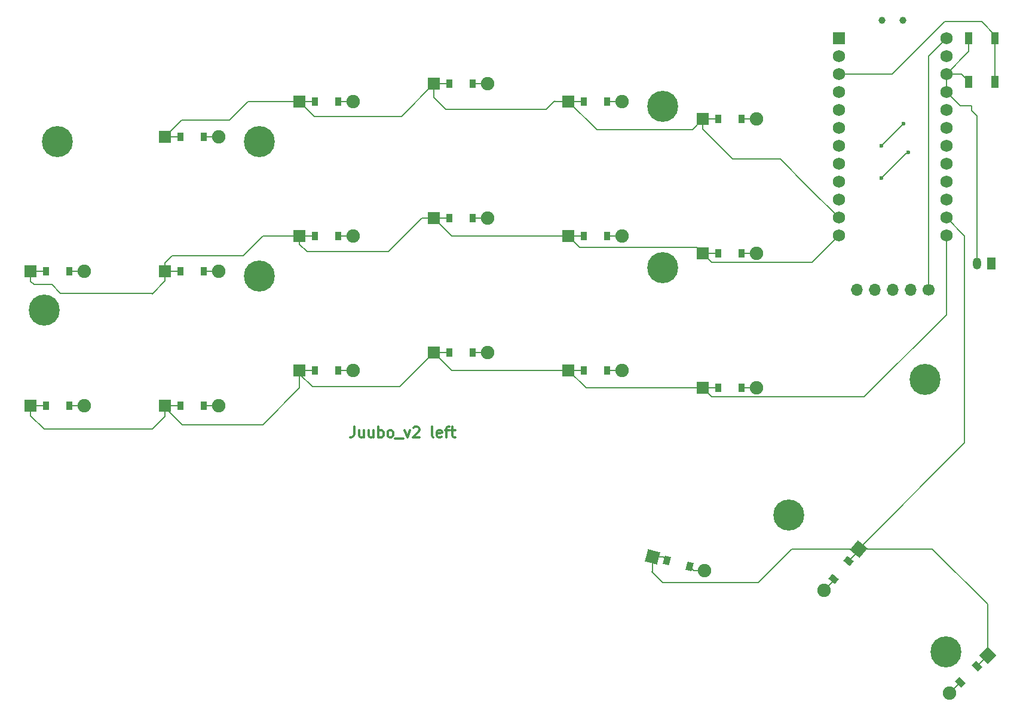
<source format=gbr>
%TF.GenerationSoftware,KiCad,Pcbnew,9.0.7*%
%TF.CreationDate,2026-02-06T22:36:50+02:00*%
%TF.ProjectId,juubo_left_finished,6a757562-6f5f-46c6-9566-745f66696e69,v1.0.0*%
%TF.SameCoordinates,Original*%
%TF.FileFunction,Copper,L1,Top*%
%TF.FilePolarity,Positive*%
%FSLAX46Y46*%
G04 Gerber Fmt 4.6, Leading zero omitted, Abs format (unit mm)*
G04 Created by KiCad (PCBNEW 9.0.7) date 2026-02-06 22:36:50*
%MOMM*%
%LPD*%
G01*
G04 APERTURE LIST*
G04 Aperture macros list*
%AMRotRect*
0 Rectangle, with rotation*
0 The origin of the aperture is its center*
0 $1 length*
0 $2 width*
0 $3 Rotation angle, in degrees counterclockwise*
0 Add horizontal line*
21,1,$1,$2,0,0,$3*%
G04 Aperture macros list end*
%ADD10C,0.300000*%
%TA.AperFunction,NonConductor*%
%ADD11C,0.300000*%
%TD*%
%TA.AperFunction,WasherPad*%
%ADD12C,1.000000*%
%TD*%
%TA.AperFunction,SMDPad,CuDef*%
%ADD13R,1.100000X1.800000*%
%TD*%
%TA.AperFunction,ComponentPad*%
%ADD14R,1.778000X1.778000*%
%TD*%
%TA.AperFunction,SMDPad,CuDef*%
%ADD15R,0.900000X1.200000*%
%TD*%
%TA.AperFunction,ComponentPad*%
%ADD16C,1.905000*%
%TD*%
%TA.AperFunction,ComponentPad*%
%ADD17C,0.700000*%
%TD*%
%TA.AperFunction,ComponentPad*%
%ADD18C,4.400000*%
%TD*%
%TA.AperFunction,ComponentPad*%
%ADD19R,1.200000X1.700000*%
%TD*%
%TA.AperFunction,ComponentPad*%
%ADD20O,1.200000X1.700000*%
%TD*%
%TA.AperFunction,ComponentPad*%
%ADD21R,1.752600X1.752600*%
%TD*%
%TA.AperFunction,ComponentPad*%
%ADD22C,1.752600*%
%TD*%
%TA.AperFunction,ComponentPad*%
%ADD23RotRect,1.778000X1.778000X345.000000*%
%TD*%
%TA.AperFunction,SMDPad,CuDef*%
%ADD24RotRect,0.900000X1.200000X345.000000*%
%TD*%
%TA.AperFunction,ComponentPad*%
%ADD25O,1.700000X1.700000*%
%TD*%
%TA.AperFunction,ComponentPad*%
%ADD26C,1.700000*%
%TD*%
%TA.AperFunction,ComponentPad*%
%ADD27RotRect,1.778000X1.778000X230.000000*%
%TD*%
%TA.AperFunction,SMDPad,CuDef*%
%ADD28RotRect,0.900000X1.200000X230.000000*%
%TD*%
%TA.AperFunction,ComponentPad*%
%ADD29RotRect,1.778000X1.778000X225.000000*%
%TD*%
%TA.AperFunction,SMDPad,CuDef*%
%ADD30RotRect,0.900000X1.200000X225.000000*%
%TD*%
%TA.AperFunction,ViaPad*%
%ADD31C,0.600000*%
%TD*%
%TA.AperFunction,Conductor*%
%ADD32C,0.200000*%
%TD*%
G04 APERTURE END LIST*
D10*
D11*
X142053082Y-107990828D02*
X142053082Y-109062257D01*
X142053082Y-109062257D02*
X141981653Y-109276542D01*
X141981653Y-109276542D02*
X141838796Y-109419400D01*
X141838796Y-109419400D02*
X141624510Y-109490828D01*
X141624510Y-109490828D02*
X141481653Y-109490828D01*
X143410225Y-108490828D02*
X143410225Y-109490828D01*
X142767367Y-108490828D02*
X142767367Y-109276542D01*
X142767367Y-109276542D02*
X142838796Y-109419400D01*
X142838796Y-109419400D02*
X142981653Y-109490828D01*
X142981653Y-109490828D02*
X143195939Y-109490828D01*
X143195939Y-109490828D02*
X143338796Y-109419400D01*
X143338796Y-109419400D02*
X143410225Y-109347971D01*
X144767368Y-108490828D02*
X144767368Y-109490828D01*
X144124510Y-108490828D02*
X144124510Y-109276542D01*
X144124510Y-109276542D02*
X144195939Y-109419400D01*
X144195939Y-109419400D02*
X144338796Y-109490828D01*
X144338796Y-109490828D02*
X144553082Y-109490828D01*
X144553082Y-109490828D02*
X144695939Y-109419400D01*
X144695939Y-109419400D02*
X144767368Y-109347971D01*
X145481653Y-109490828D02*
X145481653Y-107990828D01*
X145481653Y-108562257D02*
X145624511Y-108490828D01*
X145624511Y-108490828D02*
X145910225Y-108490828D01*
X145910225Y-108490828D02*
X146053082Y-108562257D01*
X146053082Y-108562257D02*
X146124511Y-108633685D01*
X146124511Y-108633685D02*
X146195939Y-108776542D01*
X146195939Y-108776542D02*
X146195939Y-109205114D01*
X146195939Y-109205114D02*
X146124511Y-109347971D01*
X146124511Y-109347971D02*
X146053082Y-109419400D01*
X146053082Y-109419400D02*
X145910225Y-109490828D01*
X145910225Y-109490828D02*
X145624511Y-109490828D01*
X145624511Y-109490828D02*
X145481653Y-109419400D01*
X147053082Y-109490828D02*
X146910225Y-109419400D01*
X146910225Y-109419400D02*
X146838796Y-109347971D01*
X146838796Y-109347971D02*
X146767368Y-109205114D01*
X146767368Y-109205114D02*
X146767368Y-108776542D01*
X146767368Y-108776542D02*
X146838796Y-108633685D01*
X146838796Y-108633685D02*
X146910225Y-108562257D01*
X146910225Y-108562257D02*
X147053082Y-108490828D01*
X147053082Y-108490828D02*
X147267368Y-108490828D01*
X147267368Y-108490828D02*
X147410225Y-108562257D01*
X147410225Y-108562257D02*
X147481654Y-108633685D01*
X147481654Y-108633685D02*
X147553082Y-108776542D01*
X147553082Y-108776542D02*
X147553082Y-109205114D01*
X147553082Y-109205114D02*
X147481654Y-109347971D01*
X147481654Y-109347971D02*
X147410225Y-109419400D01*
X147410225Y-109419400D02*
X147267368Y-109490828D01*
X147267368Y-109490828D02*
X147053082Y-109490828D01*
X147838797Y-109633685D02*
X148981654Y-109633685D01*
X149195939Y-108490828D02*
X149553082Y-109490828D01*
X149553082Y-109490828D02*
X149910225Y-108490828D01*
X150410225Y-108133685D02*
X150481653Y-108062257D01*
X150481653Y-108062257D02*
X150624511Y-107990828D01*
X150624511Y-107990828D02*
X150981653Y-107990828D01*
X150981653Y-107990828D02*
X151124511Y-108062257D01*
X151124511Y-108062257D02*
X151195939Y-108133685D01*
X151195939Y-108133685D02*
X151267368Y-108276542D01*
X151267368Y-108276542D02*
X151267368Y-108419400D01*
X151267368Y-108419400D02*
X151195939Y-108633685D01*
X151195939Y-108633685D02*
X150338796Y-109490828D01*
X150338796Y-109490828D02*
X151267368Y-109490828D01*
X153267367Y-109490828D02*
X153124510Y-109419400D01*
X153124510Y-109419400D02*
X153053081Y-109276542D01*
X153053081Y-109276542D02*
X153053081Y-107990828D01*
X154410224Y-109419400D02*
X154267367Y-109490828D01*
X154267367Y-109490828D02*
X153981653Y-109490828D01*
X153981653Y-109490828D02*
X153838795Y-109419400D01*
X153838795Y-109419400D02*
X153767367Y-109276542D01*
X153767367Y-109276542D02*
X153767367Y-108705114D01*
X153767367Y-108705114D02*
X153838795Y-108562257D01*
X153838795Y-108562257D02*
X153981653Y-108490828D01*
X153981653Y-108490828D02*
X154267367Y-108490828D01*
X154267367Y-108490828D02*
X154410224Y-108562257D01*
X154410224Y-108562257D02*
X154481653Y-108705114D01*
X154481653Y-108705114D02*
X154481653Y-108847971D01*
X154481653Y-108847971D02*
X153767367Y-108990828D01*
X154910224Y-108490828D02*
X155481652Y-108490828D01*
X155124509Y-109490828D02*
X155124509Y-108205114D01*
X155124509Y-108205114D02*
X155195938Y-108062257D01*
X155195938Y-108062257D02*
X155338795Y-107990828D01*
X155338795Y-107990828D02*
X155481652Y-107990828D01*
X155767367Y-108490828D02*
X156338795Y-108490828D01*
X155981652Y-107990828D02*
X155981652Y-109276542D01*
X155981652Y-109276542D02*
X156053081Y-109419400D01*
X156053081Y-109419400D02*
X156195938Y-109490828D01*
X156195938Y-109490828D02*
X156338795Y-109490828D01*
D12*
%TO.P,T1,*%
%TO.N,*%
X216800000Y-50410500D03*
X219800000Y-50410500D03*
%TD*%
D13*
%TO.P,B1,1*%
%TO.N,GND*%
X229127500Y-59110000D03*
X229127500Y-52910000D03*
%TO.P,B1,2*%
%TO.N,RST*%
X232827500Y-59110000D03*
X232827500Y-52910000D03*
%TD*%
D14*
%TO.P,D1,1*%
%TO.N,P9*%
X96190000Y-105000000D03*
D15*
X98350000Y-105000000D03*
%TO.P,D1,2*%
%TO.N,outer_bottom*%
X101650000Y-105000000D03*
D16*
X103810000Y-105000000D03*
%TD*%
D17*
%TO.P,_8,1*%
%TO.N,N/C*%
X184075000Y-85475000D03*
X184558274Y-84308274D03*
X184558274Y-86641726D03*
X185725000Y-83825000D03*
D18*
X185725000Y-85475000D03*
D17*
X185725000Y-87125000D03*
X186891726Y-84308274D03*
X186891726Y-86641726D03*
X187375000Y-85475000D03*
%TD*%
%TO.P,_9,1*%
%TO.N,N/C*%
X221222500Y-101310000D03*
X221705774Y-100143274D03*
X221705774Y-102476726D03*
X222872500Y-99660000D03*
D18*
X222872500Y-101310000D03*
D17*
X222872500Y-102960000D03*
X224039226Y-100143274D03*
X224039226Y-102476726D03*
X224522500Y-101310000D03*
%TD*%
%TO.P,_3,1*%
%TO.N,N/C*%
X126925000Y-67615000D03*
X127408274Y-66448274D03*
X127408274Y-68781726D03*
X128575000Y-65965000D03*
D18*
X128575000Y-67615000D03*
D17*
X128575000Y-69265000D03*
X129741726Y-66448274D03*
X129741726Y-68781726D03*
X130225000Y-67615000D03*
%TD*%
D14*
%TO.P,D9,1*%
%TO.N,P9*%
X153340000Y-97500000D03*
D15*
X155500000Y-97500000D03*
%TO.P,D9,2*%
%TO.N,middle_bottom*%
X158800000Y-97500000D03*
D16*
X160960000Y-97500000D03*
%TD*%
D19*
%TO.P,JST1,1*%
%TO.N,B+*%
X232300000Y-84822500D03*
D20*
%TO.P,JST1,2*%
%TO.N,GND*%
X230300000Y-84822500D03*
%TD*%
D21*
%TO.P,MCU1,1*%
%TO.N,RAW*%
X210680000Y-52955000D03*
D22*
%TO.P,MCU1,2*%
%TO.N,GND*%
X210680000Y-55495000D03*
%TO.P,MCU1,3*%
%TO.N,RST*%
X210680000Y-58035000D03*
%TO.P,MCU1,4*%
%TO.N,VCC*%
X210680000Y-60575000D03*
%TO.P,MCU1,5*%
%TO.N,P21*%
X210680000Y-63115000D03*
%TO.P,MCU1,6*%
%TO.N,P20*%
X210680000Y-65655000D03*
%TO.P,MCU1,7*%
%TO.N,P19*%
X210680000Y-68195000D03*
%TO.P,MCU1,8*%
%TO.N,P18*%
X210680000Y-70735000D03*
%TO.P,MCU1,9*%
%TO.N,P15*%
X210680000Y-73275000D03*
%TO.P,MCU1,10*%
%TO.N,P14*%
X210680000Y-75815000D03*
%TO.P,MCU1,11*%
%TO.N,P16*%
X210680000Y-78355000D03*
%TO.P,MCU1,12*%
%TO.N,P10*%
X210680000Y-80895000D03*
%TO.P,MCU1,13*%
%TO.N,P1*%
X225920000Y-52955000D03*
%TO.P,MCU1,14*%
%TO.N,P0*%
X225920000Y-55495000D03*
%TO.P,MCU1,15*%
%TO.N,GND*%
X225920000Y-58035000D03*
%TO.P,MCU1,16*%
X225920000Y-60575000D03*
%TO.P,MCU1,17*%
%TO.N,P2*%
X225920000Y-63115000D03*
%TO.P,MCU1,18*%
%TO.N,P3*%
X225920000Y-65655000D03*
%TO.P,MCU1,19*%
%TO.N,P4*%
X225920000Y-68195000D03*
%TO.P,MCU1,20*%
%TO.N,P5*%
X225920000Y-70735000D03*
%TO.P,MCU1,21*%
%TO.N,P6*%
X225920000Y-73275000D03*
%TO.P,MCU1,22*%
%TO.N,P7*%
X225920000Y-75815000D03*
%TO.P,MCU1,23*%
%TO.N,P8*%
X225920000Y-78355000D03*
%TO.P,MCU1,24*%
%TO.N,P9*%
X225920000Y-80895000D03*
%TD*%
D23*
%TO.P,D18,1*%
%TO.N,P8*%
X184275728Y-126393527D03*
D24*
X186362127Y-126952579D03*
%TO.P,D18,2*%
%TO.N,layer_cluster*%
X189549683Y-127806679D03*
D16*
X191636082Y-128365731D03*
%TD*%
D14*
%TO.P,D16,1*%
%TO.N,P10*%
X191440000Y-83450000D03*
D15*
X193600000Y-83450000D03*
%TO.P,D16,2*%
%TO.N,inner_home*%
X196900000Y-83450000D03*
D16*
X199060000Y-83450000D03*
%TD*%
D14*
%TO.P,D13,1*%
%TO.N,P10*%
X172390000Y-80950000D03*
D15*
X174550000Y-80950000D03*
%TO.P,D13,2*%
%TO.N,index_home*%
X177850000Y-80950000D03*
D16*
X180010000Y-80950000D03*
%TD*%
D14*
%TO.P,D6,1*%
%TO.N,P9*%
X134290000Y-100000000D03*
D15*
X136450000Y-100000000D03*
%TO.P,D6,2*%
%TO.N,ring_bottom*%
X139750000Y-100000000D03*
D16*
X141910000Y-100000000D03*
%TD*%
D14*
%TO.P,D15,1*%
%TO.N,P9*%
X191440000Y-102500000D03*
D15*
X193600000Y-102500000D03*
%TO.P,D15,2*%
%TO.N,inner_bottom*%
X196900000Y-102500000D03*
D16*
X199060000Y-102500000D03*
%TD*%
D14*
%TO.P,D7,1*%
%TO.N,P10*%
X134290000Y-80950000D03*
D15*
X136450000Y-80950000D03*
%TO.P,D7,2*%
%TO.N,ring_home*%
X139750000Y-80950000D03*
D16*
X141910000Y-80950000D03*
%TD*%
D14*
%TO.P,D17,1*%
%TO.N,P16*%
X191440000Y-64400000D03*
D15*
X193600000Y-64400000D03*
%TO.P,D17,2*%
%TO.N,inner_top*%
X196900000Y-64400000D03*
D16*
X199060000Y-64400000D03*
%TD*%
D14*
%TO.P,D12,1*%
%TO.N,P9*%
X172390000Y-100000000D03*
D15*
X174550000Y-100000000D03*
%TO.P,D12,2*%
%TO.N,index_bottom*%
X177850000Y-100000000D03*
D16*
X180010000Y-100000000D03*
%TD*%
D25*
%TO.P,DISP1,1*%
%TO.N,P2*%
X213220000Y-88625000D03*
%TO.P,DISP1,2*%
%TO.N,P3*%
X215760000Y-88625000D03*
%TO.P,DISP1,3*%
%TO.N,VCC*%
X218300000Y-88625000D03*
%TO.P,DISP1,4*%
%TO.N,GND*%
X220840000Y-88625000D03*
D26*
%TO.P,DISP1,5*%
%TO.N,P1*%
X223380000Y-88625000D03*
%TD*%
D17*
%TO.P,_5,1*%
%TO.N,N/C*%
X126925000Y-86665000D03*
X127408274Y-85498274D03*
X127408274Y-87831726D03*
X128575000Y-85015000D03*
D18*
X128575000Y-86665000D03*
D17*
X128575000Y-88315000D03*
X129741726Y-85498274D03*
X129741726Y-87831726D03*
X130225000Y-86665000D03*
%TD*%
D14*
%TO.P,D10,1*%
%TO.N,P10*%
X153340000Y-78450000D03*
D15*
X155500000Y-78450000D03*
%TO.P,D10,2*%
%TO.N,middle_home*%
X158800000Y-78450000D03*
D16*
X160960000Y-78450000D03*
%TD*%
D14*
%TO.P,D2,1*%
%TO.N,P10*%
X96190000Y-85950000D03*
D15*
X98350000Y-85950000D03*
%TO.P,D2,2*%
%TO.N,outer_home*%
X101650000Y-85950000D03*
D16*
X103810000Y-85950000D03*
%TD*%
D17*
%TO.P,_6,1*%
%TO.N,N/C*%
X202015994Y-120054036D03*
X202784772Y-119052144D03*
X202180830Y-121306086D03*
X204036822Y-118887308D03*
D18*
X203609772Y-120481086D03*
D17*
X203182722Y-122074864D03*
X205038714Y-119656086D03*
X204434772Y-121910028D03*
X205203550Y-120908136D03*
%TD*%
D14*
%TO.P,D4,1*%
%TO.N,P10*%
X115240000Y-85950000D03*
D15*
X117400000Y-85950000D03*
%TO.P,D4,2*%
%TO.N,pinky_home*%
X120700000Y-85950000D03*
D16*
X122860000Y-85950000D03*
%TD*%
D14*
%TO.P,D3,1*%
%TO.N,P9*%
X115240000Y-105000000D03*
D15*
X117400000Y-105000000D03*
%TO.P,D3,2*%
%TO.N,pinky_bottom*%
X120700000Y-105000000D03*
D16*
X122860000Y-105000000D03*
%TD*%
D17*
%TO.P,_1,1*%
%TO.N,N/C*%
X96445000Y-91427500D03*
X96928274Y-90260774D03*
X96928274Y-92594226D03*
X98095000Y-89777500D03*
D18*
X98095000Y-91427500D03*
D17*
X98095000Y-93077500D03*
X99261726Y-90260774D03*
X99261726Y-92594226D03*
X99745000Y-91427500D03*
%TD*%
%TO.P,_2,1*%
%TO.N,N/C*%
X98350000Y-67615000D03*
X98833274Y-66448274D03*
X98833274Y-68781726D03*
X100000000Y-65965000D03*
D18*
X100000000Y-67615000D03*
D17*
X100000000Y-69265000D03*
X101166726Y-66448274D03*
X101166726Y-68781726D03*
X101650000Y-67615000D03*
%TD*%
%TO.P,_7,1*%
%TO.N,N/C*%
X227036738Y-138688388D03*
X227520012Y-139855114D03*
X225870012Y-138205114D03*
X227036738Y-141021840D03*
D18*
X225870012Y-139855114D03*
D17*
X224703286Y-138688388D03*
X225870012Y-141505114D03*
X224220012Y-139855114D03*
X224703286Y-141021840D03*
%TD*%
D27*
%TO.P,D19,1*%
%TO.N,P8*%
X213479454Y-125350340D03*
D28*
X212091033Y-127004996D03*
%TO.P,D19,2*%
%TO.N,space_cluster*%
X209969833Y-129532942D03*
D16*
X208581412Y-131187598D03*
%TD*%
D14*
%TO.P,D14,1*%
%TO.N,P16*%
X172390000Y-61900000D03*
D15*
X174550000Y-61900000D03*
%TO.P,D14,2*%
%TO.N,index_top*%
X177850000Y-61900000D03*
D16*
X180010000Y-61900000D03*
%TD*%
D14*
%TO.P,D5,1*%
%TO.N,P16*%
X115240000Y-66900000D03*
D15*
X117400000Y-66900000D03*
%TO.P,D5,2*%
%TO.N,pinky_top*%
X120700000Y-66900000D03*
D16*
X122860000Y-66900000D03*
%TD*%
D14*
%TO.P,D11,1*%
%TO.N,P16*%
X153340000Y-59400000D03*
D15*
X155500000Y-59400000D03*
%TO.P,D11,2*%
%TO.N,middle_top*%
X158800000Y-59400000D03*
D16*
X160960000Y-59400000D03*
%TD*%
D17*
%TO.P,_4,1*%
%TO.N,N/C*%
X184075000Y-62615000D03*
X184558274Y-61448274D03*
X184558274Y-63781726D03*
X185725000Y-60965000D03*
D18*
X185725000Y-62615000D03*
D17*
X185725000Y-64265000D03*
X186891726Y-61448274D03*
X186891726Y-63781726D03*
X187375000Y-62615000D03*
%TD*%
D14*
%TO.P,D8,1*%
%TO.N,P16*%
X134290000Y-61900000D03*
D15*
X136450000Y-61900000D03*
%TO.P,D8,2*%
%TO.N,ring_top*%
X139750000Y-61900000D03*
D16*
X141910000Y-61900000D03*
%TD*%
D29*
%TO.P,D20,1*%
%TO.N,P8*%
X231763747Y-140360695D03*
D30*
X230236396Y-141888046D03*
%TO.P,D20,2*%
%TO.N,extra_cluster*%
X227902944Y-144221498D03*
D16*
X226375593Y-145748849D03*
%TD*%
D31*
%TO.N,P2*%
X216760000Y-68160000D03*
X219850000Y-65070000D03*
%TO.N,P3*%
X216750000Y-72760000D03*
X220520000Y-69120000D03*
%TD*%
D32*
%TO.N,P2*%
X216760000Y-68160000D02*
X219580000Y-65340000D01*
X219580000Y-65340000D02*
X219850000Y-65070000D01*
%TO.N,P3*%
X220450000Y-69190000D02*
X220520000Y-69120000D01*
X220320000Y-69190000D02*
X220450000Y-69190000D01*
X216750000Y-72760000D02*
X220320000Y-69190000D01*
%TO.N,GND*%
X230300000Y-63930000D02*
X229540000Y-63170000D01*
X230300000Y-84822500D02*
X230300000Y-63930000D01*
X227895000Y-62550000D02*
X225920000Y-60575000D01*
X229540000Y-63170000D02*
X229540000Y-62550000D01*
X225920000Y-58035000D02*
X228052500Y-58035000D01*
X229540000Y-62550000D02*
X227895000Y-62550000D01*
X225920000Y-58035000D02*
X225920000Y-60575000D01*
X229127500Y-54827500D02*
X225920000Y-58035000D01*
X229127500Y-52910000D02*
X229127500Y-54827500D01*
X228052500Y-58035000D02*
X229127500Y-59110000D01*
%TO.N,P1*%
X223380000Y-55495000D02*
X225920000Y-52955000D01*
X223380000Y-88625000D02*
X223380000Y-55495000D01*
%TO.N,outer_bottom*%
X101650000Y-105000000D02*
X103810000Y-105000000D01*
%TO.N,outer_home*%
X101650000Y-85950000D02*
X103810000Y-85950000D01*
%TO.N,pinky_bottom*%
X120700000Y-105000000D02*
X122860000Y-105000000D01*
%TO.N,pinky_home*%
X120700000Y-85950000D02*
X122860000Y-85950000D01*
%TO.N,pinky_top*%
X120700000Y-66900000D02*
X122860000Y-66900000D01*
%TO.N,ring_bottom*%
X139750000Y-100000000D02*
X141910000Y-100000000D01*
%TO.N,ring_home*%
X139750000Y-80950000D02*
X141910000Y-80950000D01*
%TO.N,ring_top*%
X139750000Y-61900000D02*
X141910000Y-61900000D01*
%TO.N,middle_bottom*%
X158800000Y-97500000D02*
X160960000Y-97500000D01*
%TO.N,middle_home*%
X158800000Y-78450000D02*
X160960000Y-78450000D01*
%TO.N,middle_top*%
X158800000Y-59400000D02*
X160960000Y-59400000D01*
%TO.N,index_bottom*%
X177850000Y-100000000D02*
X180010000Y-100000000D01*
%TO.N,index_home*%
X177850000Y-80950000D02*
X180010000Y-80950000D01*
%TO.N,index_top*%
X177850000Y-61900000D02*
X180010000Y-61900000D01*
%TO.N,inner_bottom*%
X196900000Y-102500000D02*
X199060000Y-102500000D01*
%TO.N,inner_home*%
X199060000Y-83450000D02*
X196900000Y-83450000D01*
%TO.N,inner_top*%
X196900000Y-64400000D02*
X199060000Y-64400000D01*
%TO.N,layer_cluster*%
X189549683Y-127806679D02*
X190108735Y-128365731D01*
X190108735Y-128365731D02*
X191636082Y-128365731D01*
%TO.N,space_cluster*%
X208581412Y-131187598D02*
X209969833Y-129799177D01*
X209969833Y-129799177D02*
X209969833Y-129532942D01*
%TO.N,extra_cluster*%
X226375593Y-145748849D02*
X227902944Y-144221498D01*
%TO.N,P9*%
X115240000Y-105250000D02*
X117700000Y-107710000D01*
X191440000Y-102500000D02*
X193600000Y-102500000D01*
X96190000Y-106430000D02*
X98100000Y-108340000D01*
X148500000Y-102340000D02*
X153340000Y-97500000D01*
X115240000Y-106520000D02*
X115240000Y-105000000D01*
X96190000Y-105000000D02*
X98350000Y-105000000D01*
X192693500Y-103753500D02*
X214316500Y-103753500D01*
X134290000Y-100520000D02*
X136110000Y-102340000D01*
X153340000Y-97500000D02*
X155840000Y-100000000D01*
X96190000Y-105000000D02*
X96190000Y-106430000D01*
X129080000Y-107710000D02*
X134290000Y-102500000D01*
X115240000Y-105000000D02*
X117400000Y-105000000D01*
X134290000Y-100000000D02*
X134290000Y-100520000D01*
X174890000Y-102500000D02*
X191440000Y-102500000D01*
X172390000Y-100000000D02*
X174890000Y-102500000D01*
X134290000Y-102500000D02*
X134290000Y-100000000D01*
X98100000Y-108340000D02*
X113420000Y-108340000D01*
X113420000Y-108340000D02*
X115240000Y-106520000D01*
X153340000Y-97500000D02*
X155500000Y-97500000D01*
X136110000Y-102340000D02*
X148500000Y-102340000D01*
X214316500Y-103753500D02*
X225920000Y-92150000D01*
X191440000Y-102500000D02*
X192693500Y-103753500D01*
X115240000Y-105000000D02*
X115240000Y-105250000D01*
X117700000Y-107710000D02*
X129080000Y-107710000D01*
X134290000Y-100000000D02*
X136450000Y-100000000D01*
X172390000Y-100000000D02*
X174550000Y-100000000D01*
X155840000Y-100000000D02*
X172390000Y-100000000D01*
X225920000Y-92150000D02*
X225920000Y-80895000D01*
%TO.N,P10*%
X115240000Y-87330000D02*
X115240000Y-85950000D01*
X99190000Y-87860000D02*
X100390000Y-89060000D01*
X126300000Y-83770000D02*
X129120000Y-80950000D01*
X96190000Y-87360000D02*
X96690000Y-87860000D01*
X115240000Y-85950000D02*
X117400000Y-85950000D01*
X172390000Y-80950000D02*
X174000000Y-82560000D01*
X155840000Y-80950000D02*
X172390000Y-80950000D01*
X134290000Y-80950000D02*
X134290000Y-82140000D01*
X113420000Y-89150000D02*
X115240000Y-87330000D01*
X206871500Y-84703500D02*
X210680000Y-80895000D01*
X96190000Y-85950000D02*
X96190000Y-87360000D01*
X153340000Y-78450000D02*
X155500000Y-78450000D01*
X100390000Y-89060000D02*
X113330000Y-89060000D01*
X151650000Y-78450000D02*
X153340000Y-78450000D01*
X129120000Y-80950000D02*
X134290000Y-80950000D01*
X172390000Y-80950000D02*
X174550000Y-80950000D01*
X146910000Y-83190000D02*
X151650000Y-78450000D01*
X191440000Y-83450000D02*
X193600000Y-83450000D01*
X96190000Y-85950000D02*
X98350000Y-85950000D01*
X115240000Y-85950000D02*
X115240000Y-84760000D01*
X96690000Y-87860000D02*
X99190000Y-87860000D01*
X113330000Y-89060000D02*
X113420000Y-89150000D01*
X153340000Y-78450000D02*
X155840000Y-80950000D01*
X115240000Y-84760000D02*
X116230000Y-83770000D01*
X134290000Y-80950000D02*
X136450000Y-80950000D01*
X135340000Y-83190000D02*
X146910000Y-83190000D01*
X116230000Y-83770000D02*
X126300000Y-83770000D01*
X190550000Y-82560000D02*
X191440000Y-83450000D01*
X174000000Y-82560000D02*
X190550000Y-82560000D01*
X192693500Y-84703500D02*
X206871500Y-84703500D01*
X191440000Y-83450000D02*
X192693500Y-84703500D01*
X134290000Y-82140000D02*
X135340000Y-83190000D01*
%TO.N,P16*%
X206310000Y-73920000D02*
X206310000Y-73985000D01*
X153340000Y-59400000D02*
X153340000Y-61330000D01*
X172390000Y-61900000D02*
X176390000Y-65900000D01*
X172390000Y-61900000D02*
X174550000Y-61900000D01*
X153340000Y-61330000D02*
X155040000Y-63030000D01*
X191440000Y-64400000D02*
X191440000Y-65830000D01*
X169250000Y-63030000D02*
X170450000Y-61830000D01*
X148750000Y-63990000D02*
X153340000Y-59400000D01*
X176390000Y-65900000D02*
X189940000Y-65900000D01*
X134290000Y-61900000D02*
X136450000Y-61900000D01*
X191440000Y-65830000D02*
X195670000Y-70060000D01*
X170520000Y-61900000D02*
X172390000Y-61900000D01*
X191440000Y-64400000D02*
X193600000Y-64400000D01*
X127010000Y-61900000D02*
X134290000Y-61900000D01*
X155040000Y-63030000D02*
X169250000Y-63030000D01*
X115240000Y-66900000D02*
X117590000Y-64550000D01*
X115240000Y-66900000D02*
X117400000Y-66900000D01*
X195670000Y-70060000D02*
X202400000Y-70060000D01*
X206260000Y-73920000D02*
X206310000Y-73920000D01*
X202400000Y-70060000D02*
X206260000Y-73920000D01*
X206310000Y-73985000D02*
X210680000Y-78355000D01*
X136380000Y-63990000D02*
X148750000Y-63990000D01*
X134290000Y-61900000D02*
X136380000Y-63990000D01*
X170450000Y-61830000D02*
X170520000Y-61900000D01*
X117590000Y-64550000D02*
X124360000Y-64550000D01*
X124360000Y-64550000D02*
X127010000Y-61900000D01*
X189940000Y-65900000D02*
X191440000Y-64400000D01*
X153340000Y-59400000D02*
X155500000Y-59400000D01*
%TO.N,P8*%
X185720000Y-130100000D02*
X199320000Y-130100000D01*
X231763747Y-133123747D02*
X231763747Y-140360695D01*
X223949660Y-125350340D02*
X223970000Y-125330000D01*
X228530000Y-110299794D02*
X228530000Y-80965000D01*
X213479454Y-125616575D02*
X213479454Y-125350340D01*
X212091033Y-127004996D02*
X213479454Y-125616575D01*
X213479454Y-125350340D02*
X228530000Y-110299794D01*
X228530000Y-80965000D02*
X225920000Y-78355000D01*
X223970000Y-125330000D02*
X231763747Y-133123747D01*
X213479454Y-125350340D02*
X223949660Y-125350340D01*
X204069660Y-125350340D02*
X213479454Y-125350340D01*
X230236396Y-141888046D02*
X231763747Y-140360695D01*
X184275728Y-126393527D02*
X185803075Y-126393527D01*
X184275728Y-128484272D02*
X184190000Y-128570000D01*
X184190000Y-128570000D02*
X185720000Y-130100000D01*
X199320000Y-130100000D02*
X204069660Y-125350340D01*
X184275728Y-126393527D02*
X184275728Y-128484272D01*
X185803075Y-126393527D02*
X186362127Y-126952579D01*
%TO.N,RST*%
X210680000Y-58035000D02*
X218295000Y-58035000D01*
X232827500Y-52910000D02*
X232827500Y-59110000D01*
X232827500Y-52497500D02*
X232827500Y-52910000D01*
X230920000Y-50590000D02*
X232827500Y-52497500D01*
X225740000Y-50590000D02*
X230920000Y-50590000D01*
X218295000Y-58035000D02*
X225740000Y-50590000D01*
%TD*%
M02*

</source>
